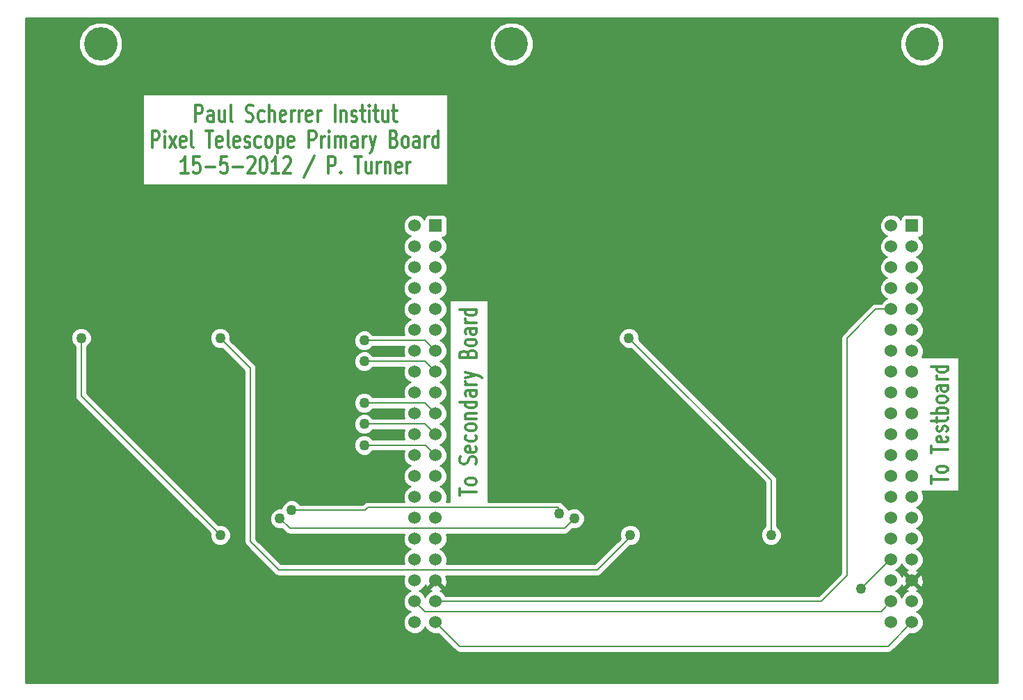
<source format=gtl>
G04 (created by PCBNEW-RS274X (2012-01-19 BZR 3256)-stable) date 5/23/2012 10:37:18 AM*
G01*
G70*
G90*
%MOIN*%
G04 Gerber Fmt 3.4, Leading zero omitted, Abs format*
%FSLAX34Y34*%
G04 APERTURE LIST*
%ADD10C,0.006000*%
%ADD11C,0.012000*%
%ADD12R,0.060000X0.060000*%
%ADD13C,0.060000*%
%ADD14C,0.160000*%
%ADD15C,0.050000*%
%ADD16C,0.008000*%
%ADD17C,0.010000*%
G04 APERTURE END LIST*
G54D10*
G54D11*
X99268Y-29331D02*
X99268Y-28988D01*
X100068Y-29159D02*
X99268Y-29159D01*
X100068Y-28702D02*
X100030Y-28760D01*
X99992Y-28788D01*
X99915Y-28817D01*
X99687Y-28817D01*
X99611Y-28788D01*
X99573Y-28760D01*
X99534Y-28702D01*
X99534Y-28617D01*
X99573Y-28560D01*
X99611Y-28531D01*
X99687Y-28502D01*
X99915Y-28502D01*
X99992Y-28531D01*
X100030Y-28560D01*
X100068Y-28617D01*
X100068Y-28702D01*
X99268Y-27874D02*
X99268Y-27531D01*
X100068Y-27702D02*
X99268Y-27702D01*
X100030Y-27103D02*
X100068Y-27160D01*
X100068Y-27274D01*
X100030Y-27331D01*
X99954Y-27360D01*
X99649Y-27360D01*
X99573Y-27331D01*
X99534Y-27274D01*
X99534Y-27160D01*
X99573Y-27103D01*
X99649Y-27074D01*
X99725Y-27074D01*
X99801Y-27360D01*
X100030Y-26846D02*
X100068Y-26789D01*
X100068Y-26674D01*
X100030Y-26617D01*
X99954Y-26589D01*
X99915Y-26589D01*
X99839Y-26617D01*
X99801Y-26674D01*
X99801Y-26760D01*
X99763Y-26817D01*
X99687Y-26846D01*
X99649Y-26846D01*
X99573Y-26817D01*
X99534Y-26760D01*
X99534Y-26674D01*
X99573Y-26617D01*
X99534Y-26417D02*
X99534Y-26188D01*
X99268Y-26331D02*
X99954Y-26331D01*
X100030Y-26303D01*
X100068Y-26245D01*
X100068Y-26188D01*
X100068Y-25988D02*
X99268Y-25988D01*
X99573Y-25988D02*
X99534Y-25931D01*
X99534Y-25817D01*
X99573Y-25760D01*
X99611Y-25731D01*
X99687Y-25702D01*
X99915Y-25702D01*
X99992Y-25731D01*
X100030Y-25760D01*
X100068Y-25817D01*
X100068Y-25931D01*
X100030Y-25988D01*
X100068Y-25359D02*
X100030Y-25417D01*
X99992Y-25445D01*
X99915Y-25474D01*
X99687Y-25474D01*
X99611Y-25445D01*
X99573Y-25417D01*
X99534Y-25359D01*
X99534Y-25274D01*
X99573Y-25217D01*
X99611Y-25188D01*
X99687Y-25159D01*
X99915Y-25159D01*
X99992Y-25188D01*
X100030Y-25217D01*
X100068Y-25274D01*
X100068Y-25359D01*
X100068Y-24645D02*
X99649Y-24645D01*
X99573Y-24674D01*
X99534Y-24731D01*
X99534Y-24845D01*
X99573Y-24902D01*
X100030Y-24645D02*
X100068Y-24702D01*
X100068Y-24845D01*
X100030Y-24902D01*
X99954Y-24931D01*
X99877Y-24931D01*
X99801Y-24902D01*
X99763Y-24845D01*
X99763Y-24702D01*
X99725Y-24645D01*
X100068Y-24359D02*
X99534Y-24359D01*
X99687Y-24359D02*
X99611Y-24331D01*
X99573Y-24302D01*
X99534Y-24245D01*
X99534Y-24188D01*
X100068Y-23731D02*
X99268Y-23731D01*
X100030Y-23731D02*
X100068Y-23788D01*
X100068Y-23902D01*
X100030Y-23960D01*
X99992Y-23988D01*
X99915Y-24017D01*
X99687Y-24017D01*
X99611Y-23988D01*
X99573Y-23960D01*
X99534Y-23902D01*
X99534Y-23788D01*
X99573Y-23731D01*
X76693Y-29916D02*
X76693Y-29573D01*
X77493Y-29744D02*
X76693Y-29744D01*
X77493Y-29287D02*
X77455Y-29345D01*
X77417Y-29373D01*
X77340Y-29402D01*
X77112Y-29402D01*
X77036Y-29373D01*
X76998Y-29345D01*
X76959Y-29287D01*
X76959Y-29202D01*
X76998Y-29145D01*
X77036Y-29116D01*
X77112Y-29087D01*
X77340Y-29087D01*
X77417Y-29116D01*
X77455Y-29145D01*
X77493Y-29202D01*
X77493Y-29287D01*
X77455Y-28402D02*
X77493Y-28316D01*
X77493Y-28173D01*
X77455Y-28116D01*
X77417Y-28087D01*
X77340Y-28059D01*
X77264Y-28059D01*
X77188Y-28087D01*
X77150Y-28116D01*
X77112Y-28173D01*
X77074Y-28287D01*
X77036Y-28345D01*
X76998Y-28373D01*
X76921Y-28402D01*
X76845Y-28402D01*
X76769Y-28373D01*
X76731Y-28345D01*
X76693Y-28287D01*
X76693Y-28145D01*
X76731Y-28059D01*
X77455Y-27574D02*
X77493Y-27631D01*
X77493Y-27745D01*
X77455Y-27802D01*
X77379Y-27831D01*
X77074Y-27831D01*
X76998Y-27802D01*
X76959Y-27745D01*
X76959Y-27631D01*
X76998Y-27574D01*
X77074Y-27545D01*
X77150Y-27545D01*
X77226Y-27831D01*
X77455Y-27031D02*
X77493Y-27088D01*
X77493Y-27202D01*
X77455Y-27260D01*
X77417Y-27288D01*
X77340Y-27317D01*
X77112Y-27317D01*
X77036Y-27288D01*
X76998Y-27260D01*
X76959Y-27202D01*
X76959Y-27088D01*
X76998Y-27031D01*
X77493Y-26688D02*
X77455Y-26746D01*
X77417Y-26774D01*
X77340Y-26803D01*
X77112Y-26803D01*
X77036Y-26774D01*
X76998Y-26746D01*
X76959Y-26688D01*
X76959Y-26603D01*
X76998Y-26546D01*
X77036Y-26517D01*
X77112Y-26488D01*
X77340Y-26488D01*
X77417Y-26517D01*
X77455Y-26546D01*
X77493Y-26603D01*
X77493Y-26688D01*
X76959Y-26231D02*
X77493Y-26231D01*
X77036Y-26231D02*
X76998Y-26203D01*
X76959Y-26145D01*
X76959Y-26060D01*
X76998Y-26003D01*
X77074Y-25974D01*
X77493Y-25974D01*
X77493Y-25431D02*
X76693Y-25431D01*
X77455Y-25431D02*
X77493Y-25488D01*
X77493Y-25602D01*
X77455Y-25660D01*
X77417Y-25688D01*
X77340Y-25717D01*
X77112Y-25717D01*
X77036Y-25688D01*
X76998Y-25660D01*
X76959Y-25602D01*
X76959Y-25488D01*
X76998Y-25431D01*
X77493Y-24888D02*
X77074Y-24888D01*
X76998Y-24917D01*
X76959Y-24974D01*
X76959Y-25088D01*
X76998Y-25145D01*
X77455Y-24888D02*
X77493Y-24945D01*
X77493Y-25088D01*
X77455Y-25145D01*
X77379Y-25174D01*
X77302Y-25174D01*
X77226Y-25145D01*
X77188Y-25088D01*
X77188Y-24945D01*
X77150Y-24888D01*
X77493Y-24602D02*
X76959Y-24602D01*
X77112Y-24602D02*
X77036Y-24574D01*
X76998Y-24545D01*
X76959Y-24488D01*
X76959Y-24431D01*
X76959Y-24288D02*
X77493Y-24145D01*
X76959Y-24003D02*
X77493Y-24145D01*
X77683Y-24203D01*
X77721Y-24231D01*
X77759Y-24288D01*
X77074Y-23117D02*
X77112Y-23031D01*
X77150Y-23003D01*
X77226Y-22974D01*
X77340Y-22974D01*
X77417Y-23003D01*
X77455Y-23031D01*
X77493Y-23089D01*
X77493Y-23317D01*
X76693Y-23317D01*
X76693Y-23117D01*
X76731Y-23060D01*
X76769Y-23031D01*
X76845Y-23003D01*
X76921Y-23003D01*
X76998Y-23031D01*
X77036Y-23060D01*
X77074Y-23117D01*
X77074Y-23317D01*
X77493Y-22631D02*
X77455Y-22689D01*
X77417Y-22717D01*
X77340Y-22746D01*
X77112Y-22746D01*
X77036Y-22717D01*
X76998Y-22689D01*
X76959Y-22631D01*
X76959Y-22546D01*
X76998Y-22489D01*
X77036Y-22460D01*
X77112Y-22431D01*
X77340Y-22431D01*
X77417Y-22460D01*
X77455Y-22489D01*
X77493Y-22546D01*
X77493Y-22631D01*
X77493Y-21917D02*
X77074Y-21917D01*
X76998Y-21946D01*
X76959Y-22003D01*
X76959Y-22117D01*
X76998Y-22174D01*
X77455Y-21917D02*
X77493Y-21974D01*
X77493Y-22117D01*
X77455Y-22174D01*
X77379Y-22203D01*
X77302Y-22203D01*
X77226Y-22174D01*
X77188Y-22117D01*
X77188Y-21974D01*
X77150Y-21917D01*
X77493Y-21631D02*
X76959Y-21631D01*
X77112Y-21631D02*
X77036Y-21603D01*
X76998Y-21574D01*
X76959Y-21517D01*
X76959Y-21460D01*
X77493Y-21003D02*
X76693Y-21003D01*
X77455Y-21003D02*
X77493Y-21060D01*
X77493Y-21174D01*
X77455Y-21232D01*
X77417Y-21260D01*
X77340Y-21289D01*
X77112Y-21289D01*
X77036Y-21260D01*
X76998Y-21232D01*
X76959Y-21174D01*
X76959Y-21060D01*
X76998Y-21003D01*
X64018Y-12005D02*
X64018Y-11205D01*
X64246Y-11205D01*
X64304Y-11243D01*
X64332Y-11281D01*
X64361Y-11357D01*
X64361Y-11471D01*
X64332Y-11548D01*
X64304Y-11586D01*
X64246Y-11624D01*
X64018Y-11624D01*
X64875Y-12005D02*
X64875Y-11586D01*
X64846Y-11510D01*
X64789Y-11471D01*
X64675Y-11471D01*
X64618Y-11510D01*
X64875Y-11967D02*
X64818Y-12005D01*
X64675Y-12005D01*
X64618Y-11967D01*
X64589Y-11891D01*
X64589Y-11814D01*
X64618Y-11738D01*
X64675Y-11700D01*
X64818Y-11700D01*
X64875Y-11662D01*
X65418Y-11471D02*
X65418Y-12005D01*
X65161Y-11471D02*
X65161Y-11891D01*
X65189Y-11967D01*
X65247Y-12005D01*
X65332Y-12005D01*
X65389Y-11967D01*
X65418Y-11929D01*
X65790Y-12005D02*
X65732Y-11967D01*
X65704Y-11891D01*
X65704Y-11205D01*
X66446Y-11967D02*
X66532Y-12005D01*
X66675Y-12005D01*
X66732Y-11967D01*
X66761Y-11929D01*
X66789Y-11852D01*
X66789Y-11776D01*
X66761Y-11700D01*
X66732Y-11662D01*
X66675Y-11624D01*
X66561Y-11586D01*
X66503Y-11548D01*
X66475Y-11510D01*
X66446Y-11433D01*
X66446Y-11357D01*
X66475Y-11281D01*
X66503Y-11243D01*
X66561Y-11205D01*
X66703Y-11205D01*
X66789Y-11243D01*
X67303Y-11967D02*
X67246Y-12005D01*
X67132Y-12005D01*
X67074Y-11967D01*
X67046Y-11929D01*
X67017Y-11852D01*
X67017Y-11624D01*
X67046Y-11548D01*
X67074Y-11510D01*
X67132Y-11471D01*
X67246Y-11471D01*
X67303Y-11510D01*
X67560Y-12005D02*
X67560Y-11205D01*
X67817Y-12005D02*
X67817Y-11586D01*
X67788Y-11510D01*
X67731Y-11471D01*
X67646Y-11471D01*
X67588Y-11510D01*
X67560Y-11548D01*
X68331Y-11967D02*
X68274Y-12005D01*
X68160Y-12005D01*
X68103Y-11967D01*
X68074Y-11891D01*
X68074Y-11586D01*
X68103Y-11510D01*
X68160Y-11471D01*
X68274Y-11471D01*
X68331Y-11510D01*
X68360Y-11586D01*
X68360Y-11662D01*
X68074Y-11738D01*
X68617Y-12005D02*
X68617Y-11471D01*
X68617Y-11624D02*
X68645Y-11548D01*
X68674Y-11510D01*
X68731Y-11471D01*
X68788Y-11471D01*
X68988Y-12005D02*
X68988Y-11471D01*
X68988Y-11624D02*
X69016Y-11548D01*
X69045Y-11510D01*
X69102Y-11471D01*
X69159Y-11471D01*
X69587Y-11967D02*
X69530Y-12005D01*
X69416Y-12005D01*
X69359Y-11967D01*
X69330Y-11891D01*
X69330Y-11586D01*
X69359Y-11510D01*
X69416Y-11471D01*
X69530Y-11471D01*
X69587Y-11510D01*
X69616Y-11586D01*
X69616Y-11662D01*
X69330Y-11738D01*
X69873Y-12005D02*
X69873Y-11471D01*
X69873Y-11624D02*
X69901Y-11548D01*
X69930Y-11510D01*
X69987Y-11471D01*
X70044Y-11471D01*
X70701Y-12005D02*
X70701Y-11205D01*
X70987Y-11471D02*
X70987Y-12005D01*
X70987Y-11548D02*
X71015Y-11510D01*
X71073Y-11471D01*
X71158Y-11471D01*
X71215Y-11510D01*
X71244Y-11586D01*
X71244Y-12005D01*
X71501Y-11967D02*
X71558Y-12005D01*
X71673Y-12005D01*
X71730Y-11967D01*
X71758Y-11891D01*
X71758Y-11852D01*
X71730Y-11776D01*
X71673Y-11738D01*
X71587Y-11738D01*
X71530Y-11700D01*
X71501Y-11624D01*
X71501Y-11586D01*
X71530Y-11510D01*
X71587Y-11471D01*
X71673Y-11471D01*
X71730Y-11510D01*
X71930Y-11471D02*
X72159Y-11471D01*
X72016Y-11205D02*
X72016Y-11891D01*
X72044Y-11967D01*
X72102Y-12005D01*
X72159Y-12005D01*
X72359Y-12005D02*
X72359Y-11471D01*
X72359Y-11205D02*
X72330Y-11243D01*
X72359Y-11281D01*
X72387Y-11243D01*
X72359Y-11205D01*
X72359Y-11281D01*
X72559Y-11471D02*
X72788Y-11471D01*
X72645Y-11205D02*
X72645Y-11891D01*
X72673Y-11967D01*
X72731Y-12005D01*
X72788Y-12005D01*
X73245Y-11471D02*
X73245Y-12005D01*
X72988Y-11471D02*
X72988Y-11891D01*
X73016Y-11967D01*
X73074Y-12005D01*
X73159Y-12005D01*
X73216Y-11967D01*
X73245Y-11929D01*
X73445Y-11471D02*
X73674Y-11471D01*
X73531Y-11205D02*
X73531Y-11891D01*
X73559Y-11967D01*
X73617Y-12005D01*
X73674Y-12005D01*
X61947Y-13245D02*
X61947Y-12445D01*
X62175Y-12445D01*
X62233Y-12483D01*
X62261Y-12521D01*
X62290Y-12597D01*
X62290Y-12711D01*
X62261Y-12788D01*
X62233Y-12826D01*
X62175Y-12864D01*
X61947Y-12864D01*
X62547Y-13245D02*
X62547Y-12711D01*
X62547Y-12445D02*
X62518Y-12483D01*
X62547Y-12521D01*
X62575Y-12483D01*
X62547Y-12445D01*
X62547Y-12521D01*
X62776Y-13245D02*
X63090Y-12711D01*
X62776Y-12711D02*
X63090Y-13245D01*
X63547Y-13207D02*
X63490Y-13245D01*
X63376Y-13245D01*
X63319Y-13207D01*
X63290Y-13131D01*
X63290Y-12826D01*
X63319Y-12750D01*
X63376Y-12711D01*
X63490Y-12711D01*
X63547Y-12750D01*
X63576Y-12826D01*
X63576Y-12902D01*
X63290Y-12978D01*
X63919Y-13245D02*
X63861Y-13207D01*
X63833Y-13131D01*
X63833Y-12445D01*
X64518Y-12445D02*
X64861Y-12445D01*
X64690Y-13245D02*
X64690Y-12445D01*
X65289Y-13207D02*
X65232Y-13245D01*
X65118Y-13245D01*
X65061Y-13207D01*
X65032Y-13131D01*
X65032Y-12826D01*
X65061Y-12750D01*
X65118Y-12711D01*
X65232Y-12711D01*
X65289Y-12750D01*
X65318Y-12826D01*
X65318Y-12902D01*
X65032Y-12978D01*
X65661Y-13245D02*
X65603Y-13207D01*
X65575Y-13131D01*
X65575Y-12445D01*
X66117Y-13207D02*
X66060Y-13245D01*
X65946Y-13245D01*
X65889Y-13207D01*
X65860Y-13131D01*
X65860Y-12826D01*
X65889Y-12750D01*
X65946Y-12711D01*
X66060Y-12711D01*
X66117Y-12750D01*
X66146Y-12826D01*
X66146Y-12902D01*
X65860Y-12978D01*
X66374Y-13207D02*
X66431Y-13245D01*
X66546Y-13245D01*
X66603Y-13207D01*
X66631Y-13131D01*
X66631Y-13092D01*
X66603Y-13016D01*
X66546Y-12978D01*
X66460Y-12978D01*
X66403Y-12940D01*
X66374Y-12864D01*
X66374Y-12826D01*
X66403Y-12750D01*
X66460Y-12711D01*
X66546Y-12711D01*
X66603Y-12750D01*
X67146Y-13207D02*
X67089Y-13245D01*
X66975Y-13245D01*
X66917Y-13207D01*
X66889Y-13169D01*
X66860Y-13092D01*
X66860Y-12864D01*
X66889Y-12788D01*
X66917Y-12750D01*
X66975Y-12711D01*
X67089Y-12711D01*
X67146Y-12750D01*
X67489Y-13245D02*
X67431Y-13207D01*
X67403Y-13169D01*
X67374Y-13092D01*
X67374Y-12864D01*
X67403Y-12788D01*
X67431Y-12750D01*
X67489Y-12711D01*
X67574Y-12711D01*
X67631Y-12750D01*
X67660Y-12788D01*
X67689Y-12864D01*
X67689Y-13092D01*
X67660Y-13169D01*
X67631Y-13207D01*
X67574Y-13245D01*
X67489Y-13245D01*
X67946Y-12711D02*
X67946Y-13511D01*
X67946Y-12750D02*
X68003Y-12711D01*
X68117Y-12711D01*
X68174Y-12750D01*
X68203Y-12788D01*
X68232Y-12864D01*
X68232Y-13092D01*
X68203Y-13169D01*
X68174Y-13207D01*
X68117Y-13245D01*
X68003Y-13245D01*
X67946Y-13207D01*
X68717Y-13207D02*
X68660Y-13245D01*
X68546Y-13245D01*
X68489Y-13207D01*
X68460Y-13131D01*
X68460Y-12826D01*
X68489Y-12750D01*
X68546Y-12711D01*
X68660Y-12711D01*
X68717Y-12750D01*
X68746Y-12826D01*
X68746Y-12902D01*
X68460Y-12978D01*
X69460Y-13245D02*
X69460Y-12445D01*
X69688Y-12445D01*
X69746Y-12483D01*
X69774Y-12521D01*
X69803Y-12597D01*
X69803Y-12711D01*
X69774Y-12788D01*
X69746Y-12826D01*
X69688Y-12864D01*
X69460Y-12864D01*
X70060Y-13245D02*
X70060Y-12711D01*
X70060Y-12864D02*
X70088Y-12788D01*
X70117Y-12750D01*
X70174Y-12711D01*
X70231Y-12711D01*
X70431Y-13245D02*
X70431Y-12711D01*
X70431Y-12445D02*
X70402Y-12483D01*
X70431Y-12521D01*
X70459Y-12483D01*
X70431Y-12445D01*
X70431Y-12521D01*
X70717Y-13245D02*
X70717Y-12711D01*
X70717Y-12788D02*
X70745Y-12750D01*
X70803Y-12711D01*
X70888Y-12711D01*
X70945Y-12750D01*
X70974Y-12826D01*
X70974Y-13245D01*
X70974Y-12826D02*
X71003Y-12750D01*
X71060Y-12711D01*
X71145Y-12711D01*
X71203Y-12750D01*
X71231Y-12826D01*
X71231Y-13245D01*
X71774Y-13245D02*
X71774Y-12826D01*
X71745Y-12750D01*
X71688Y-12711D01*
X71574Y-12711D01*
X71517Y-12750D01*
X71774Y-13207D02*
X71717Y-13245D01*
X71574Y-13245D01*
X71517Y-13207D01*
X71488Y-13131D01*
X71488Y-13054D01*
X71517Y-12978D01*
X71574Y-12940D01*
X71717Y-12940D01*
X71774Y-12902D01*
X72060Y-13245D02*
X72060Y-12711D01*
X72060Y-12864D02*
X72088Y-12788D01*
X72117Y-12750D01*
X72174Y-12711D01*
X72231Y-12711D01*
X72374Y-12711D02*
X72517Y-13245D01*
X72659Y-12711D02*
X72517Y-13245D01*
X72459Y-13435D01*
X72431Y-13473D01*
X72374Y-13511D01*
X73545Y-12826D02*
X73631Y-12864D01*
X73659Y-12902D01*
X73688Y-12978D01*
X73688Y-13092D01*
X73659Y-13169D01*
X73631Y-13207D01*
X73573Y-13245D01*
X73345Y-13245D01*
X73345Y-12445D01*
X73545Y-12445D01*
X73602Y-12483D01*
X73631Y-12521D01*
X73659Y-12597D01*
X73659Y-12673D01*
X73631Y-12750D01*
X73602Y-12788D01*
X73545Y-12826D01*
X73345Y-12826D01*
X74031Y-13245D02*
X73973Y-13207D01*
X73945Y-13169D01*
X73916Y-13092D01*
X73916Y-12864D01*
X73945Y-12788D01*
X73973Y-12750D01*
X74031Y-12711D01*
X74116Y-12711D01*
X74173Y-12750D01*
X74202Y-12788D01*
X74231Y-12864D01*
X74231Y-13092D01*
X74202Y-13169D01*
X74173Y-13207D01*
X74116Y-13245D01*
X74031Y-13245D01*
X74745Y-13245D02*
X74745Y-12826D01*
X74716Y-12750D01*
X74659Y-12711D01*
X74545Y-12711D01*
X74488Y-12750D01*
X74745Y-13207D02*
X74688Y-13245D01*
X74545Y-13245D01*
X74488Y-13207D01*
X74459Y-13131D01*
X74459Y-13054D01*
X74488Y-12978D01*
X74545Y-12940D01*
X74688Y-12940D01*
X74745Y-12902D01*
X75031Y-13245D02*
X75031Y-12711D01*
X75031Y-12864D02*
X75059Y-12788D01*
X75088Y-12750D01*
X75145Y-12711D01*
X75202Y-12711D01*
X75659Y-13245D02*
X75659Y-12445D01*
X75659Y-13207D02*
X75602Y-13245D01*
X75488Y-13245D01*
X75430Y-13207D01*
X75402Y-13169D01*
X75373Y-13092D01*
X75373Y-12864D01*
X75402Y-12788D01*
X75430Y-12750D01*
X75488Y-12711D01*
X75602Y-12711D01*
X75659Y-12750D01*
X63676Y-14485D02*
X63333Y-14485D01*
X63505Y-14485D02*
X63505Y-13685D01*
X63448Y-13799D01*
X63390Y-13875D01*
X63333Y-13913D01*
X64219Y-13685D02*
X63933Y-13685D01*
X63904Y-14066D01*
X63933Y-14028D01*
X63990Y-13990D01*
X64133Y-13990D01*
X64190Y-14028D01*
X64219Y-14066D01*
X64247Y-14142D01*
X64247Y-14332D01*
X64219Y-14409D01*
X64190Y-14447D01*
X64133Y-14485D01*
X63990Y-14485D01*
X63933Y-14447D01*
X63904Y-14409D01*
X64504Y-14180D02*
X64961Y-14180D01*
X65533Y-13685D02*
X65247Y-13685D01*
X65218Y-14066D01*
X65247Y-14028D01*
X65304Y-13990D01*
X65447Y-13990D01*
X65504Y-14028D01*
X65533Y-14066D01*
X65561Y-14142D01*
X65561Y-14332D01*
X65533Y-14409D01*
X65504Y-14447D01*
X65447Y-14485D01*
X65304Y-14485D01*
X65247Y-14447D01*
X65218Y-14409D01*
X65818Y-14180D02*
X66275Y-14180D01*
X66532Y-13761D02*
X66561Y-13723D01*
X66618Y-13685D01*
X66761Y-13685D01*
X66818Y-13723D01*
X66847Y-13761D01*
X66875Y-13837D01*
X66875Y-13913D01*
X66847Y-14028D01*
X66504Y-14485D01*
X66875Y-14485D01*
X67246Y-13685D02*
X67303Y-13685D01*
X67360Y-13723D01*
X67389Y-13761D01*
X67418Y-13837D01*
X67446Y-13990D01*
X67446Y-14180D01*
X67418Y-14332D01*
X67389Y-14409D01*
X67360Y-14447D01*
X67303Y-14485D01*
X67246Y-14485D01*
X67189Y-14447D01*
X67160Y-14409D01*
X67132Y-14332D01*
X67103Y-14180D01*
X67103Y-13990D01*
X67132Y-13837D01*
X67160Y-13761D01*
X67189Y-13723D01*
X67246Y-13685D01*
X68017Y-14485D02*
X67674Y-14485D01*
X67846Y-14485D02*
X67846Y-13685D01*
X67789Y-13799D01*
X67731Y-13875D01*
X67674Y-13913D01*
X68245Y-13761D02*
X68274Y-13723D01*
X68331Y-13685D01*
X68474Y-13685D01*
X68531Y-13723D01*
X68560Y-13761D01*
X68588Y-13837D01*
X68588Y-13913D01*
X68560Y-14028D01*
X68217Y-14485D01*
X68588Y-14485D01*
X69730Y-13647D02*
X69216Y-14675D01*
X70388Y-14485D02*
X70388Y-13685D01*
X70616Y-13685D01*
X70674Y-13723D01*
X70702Y-13761D01*
X70731Y-13837D01*
X70731Y-13951D01*
X70702Y-14028D01*
X70674Y-14066D01*
X70616Y-14104D01*
X70388Y-14104D01*
X70988Y-14409D02*
X71016Y-14447D01*
X70988Y-14485D01*
X70959Y-14447D01*
X70988Y-14409D01*
X70988Y-14485D01*
X71645Y-13685D02*
X71988Y-13685D01*
X71817Y-14485D02*
X71817Y-13685D01*
X72445Y-13951D02*
X72445Y-14485D01*
X72188Y-13951D02*
X72188Y-14371D01*
X72216Y-14447D01*
X72274Y-14485D01*
X72359Y-14485D01*
X72416Y-14447D01*
X72445Y-14409D01*
X72731Y-14485D02*
X72731Y-13951D01*
X72731Y-14104D02*
X72759Y-14028D01*
X72788Y-13990D01*
X72845Y-13951D01*
X72902Y-13951D01*
X73102Y-13951D02*
X73102Y-14485D01*
X73102Y-14028D02*
X73130Y-13990D01*
X73188Y-13951D01*
X73273Y-13951D01*
X73330Y-13990D01*
X73359Y-14066D01*
X73359Y-14485D01*
X73873Y-14447D02*
X73816Y-14485D01*
X73702Y-14485D01*
X73645Y-14447D01*
X73616Y-14371D01*
X73616Y-14066D01*
X73645Y-13990D01*
X73702Y-13951D01*
X73816Y-13951D01*
X73873Y-13990D01*
X73902Y-14066D01*
X73902Y-14142D01*
X73616Y-14218D01*
X74159Y-14485D02*
X74159Y-13951D01*
X74159Y-14104D02*
X74187Y-14028D01*
X74216Y-13990D01*
X74273Y-13951D01*
X74330Y-13951D01*
G54D12*
X98366Y-16992D03*
G54D13*
X97366Y-16992D03*
X98366Y-21992D03*
X97366Y-17992D03*
X98366Y-22992D03*
X97366Y-18992D03*
X98366Y-23992D03*
X97366Y-19992D03*
X98366Y-24992D03*
X97366Y-20992D03*
X98366Y-25992D03*
X97366Y-21992D03*
X98366Y-26992D03*
X97366Y-22992D03*
X98366Y-27992D03*
X97366Y-23992D03*
X98366Y-28992D03*
X97366Y-24992D03*
X98366Y-29992D03*
X97366Y-25992D03*
X98366Y-30992D03*
X97366Y-26992D03*
X98366Y-31992D03*
X97366Y-27992D03*
X97366Y-28992D03*
X98366Y-32992D03*
X97366Y-29992D03*
X97366Y-31992D03*
X97366Y-32992D03*
X97366Y-33992D03*
X97366Y-34992D03*
X98366Y-33992D03*
X98366Y-34992D03*
X98366Y-17992D03*
X98366Y-18992D03*
X98366Y-19992D03*
X98366Y-20992D03*
X98366Y-35992D03*
X97366Y-35992D03*
X97366Y-30992D03*
G54D12*
X75532Y-16992D03*
G54D13*
X74532Y-16992D03*
X75532Y-21992D03*
X74532Y-17992D03*
X75532Y-22992D03*
X74532Y-18992D03*
X75532Y-23992D03*
X74532Y-19992D03*
X75532Y-24992D03*
X74532Y-20992D03*
X75532Y-25992D03*
X74532Y-21992D03*
X75532Y-26992D03*
X74532Y-22992D03*
X75532Y-27992D03*
X74532Y-23992D03*
X75532Y-28992D03*
X74532Y-24992D03*
X75532Y-29992D03*
X74532Y-25992D03*
X75532Y-30992D03*
X74532Y-26992D03*
X75532Y-31992D03*
X74532Y-27992D03*
X74532Y-28992D03*
X75532Y-32992D03*
X74532Y-29992D03*
X74532Y-31992D03*
X74532Y-32992D03*
X74532Y-33992D03*
X74532Y-34992D03*
X75532Y-33992D03*
X75532Y-34992D03*
X75532Y-17992D03*
X75532Y-18992D03*
X75532Y-19992D03*
X75532Y-20992D03*
X75532Y-35992D03*
X74532Y-35992D03*
X74532Y-30992D03*
G54D14*
X98850Y-08283D03*
X79165Y-08283D03*
X59480Y-08283D03*
G54D15*
X81437Y-30795D03*
X68630Y-30626D03*
X68067Y-31020D03*
X82173Y-31020D03*
X72102Y-22488D03*
X72102Y-23488D03*
X72102Y-25480D03*
X72102Y-26492D03*
X95910Y-34394D03*
X84799Y-22366D03*
X91602Y-31807D03*
X65201Y-22374D03*
X84854Y-31807D03*
X65209Y-31807D03*
X58535Y-22374D03*
X72102Y-27504D03*
G54D16*
X81437Y-30795D02*
X81425Y-30783D01*
X81425Y-30783D02*
X81425Y-30488D01*
X72276Y-30488D02*
X81425Y-30488D01*
X68630Y-30626D02*
X72138Y-30626D01*
X72138Y-30626D02*
X72276Y-30488D01*
X75532Y-35992D02*
X76686Y-37146D01*
X76686Y-37146D02*
X97212Y-37146D01*
X97212Y-37146D02*
X98366Y-35992D01*
X81705Y-31488D02*
X82173Y-31020D01*
X68535Y-31488D02*
X81705Y-31488D01*
X68067Y-31020D02*
X68535Y-31488D01*
X75028Y-22488D02*
X72102Y-22488D01*
X75532Y-22992D02*
X75028Y-22488D01*
X75532Y-23992D02*
X75028Y-23488D01*
X75028Y-23488D02*
X72102Y-23488D01*
X75532Y-25992D02*
X75020Y-25480D01*
X75020Y-25480D02*
X72102Y-25480D01*
X75532Y-26992D02*
X75032Y-26492D01*
X75032Y-26492D02*
X72102Y-26492D01*
X95244Y-22378D02*
X95244Y-33760D01*
X96630Y-20992D02*
X95244Y-22378D01*
X95244Y-33760D02*
X94012Y-34992D01*
X97366Y-20992D02*
X96630Y-20992D01*
X94012Y-34992D02*
X75532Y-34992D01*
X95910Y-34394D02*
X97312Y-32992D01*
X97312Y-32992D02*
X97366Y-32992D01*
X74532Y-34992D02*
X75024Y-35484D01*
X96874Y-35484D02*
X97366Y-34992D01*
X75024Y-35484D02*
X96874Y-35484D01*
X91602Y-31807D02*
X91602Y-29169D01*
X91602Y-29169D02*
X84799Y-22366D01*
X66642Y-32122D02*
X66642Y-23815D01*
X66642Y-23815D02*
X65201Y-22374D01*
X84854Y-31807D02*
X84854Y-31902D01*
X83272Y-33484D02*
X68004Y-33484D01*
X68004Y-33484D02*
X66642Y-32122D01*
X84854Y-31902D02*
X83272Y-33484D01*
X65209Y-31807D02*
X58535Y-25133D01*
X58535Y-25133D02*
X58535Y-25039D01*
X58535Y-25039D02*
X58535Y-22374D01*
X75044Y-27504D02*
X72102Y-27504D01*
X75532Y-27992D02*
X75044Y-27504D01*
G54D10*
G36*
X102462Y-38864D02*
X100614Y-38864D01*
X100614Y-29698D01*
X100614Y-23278D01*
X99900Y-23278D01*
X99900Y-08493D01*
X99900Y-08075D01*
X99740Y-07689D01*
X99445Y-07393D01*
X99060Y-07233D01*
X98642Y-07233D01*
X98256Y-07393D01*
X97960Y-07688D01*
X97800Y-08073D01*
X97800Y-08491D01*
X97960Y-08877D01*
X98255Y-09173D01*
X98640Y-09333D01*
X99058Y-09333D01*
X99444Y-09173D01*
X99740Y-08878D01*
X99900Y-08493D01*
X99900Y-23278D01*
X98841Y-23278D01*
X98915Y-23101D01*
X98915Y-22883D01*
X98831Y-22681D01*
X98677Y-22527D01*
X98592Y-22492D01*
X98677Y-22457D01*
X98831Y-22303D01*
X98915Y-22101D01*
X98915Y-21883D01*
X98831Y-21681D01*
X98677Y-21527D01*
X98592Y-21492D01*
X98677Y-21457D01*
X98831Y-21303D01*
X98915Y-21101D01*
X98915Y-20883D01*
X98831Y-20681D01*
X98677Y-20527D01*
X98592Y-20492D01*
X98677Y-20457D01*
X98831Y-20303D01*
X98915Y-20101D01*
X98915Y-19883D01*
X98831Y-19681D01*
X98677Y-19527D01*
X98592Y-19492D01*
X98677Y-19457D01*
X98831Y-19303D01*
X98915Y-19101D01*
X98915Y-18883D01*
X98831Y-18681D01*
X98677Y-18527D01*
X98592Y-18492D01*
X98677Y-18457D01*
X98831Y-18303D01*
X98915Y-18101D01*
X98915Y-17883D01*
X98831Y-17681D01*
X98691Y-17541D01*
X98715Y-17541D01*
X98807Y-17503D01*
X98877Y-17433D01*
X98915Y-17342D01*
X98915Y-17243D01*
X98915Y-16643D01*
X98877Y-16551D01*
X98807Y-16481D01*
X98716Y-16443D01*
X98617Y-16443D01*
X98017Y-16443D01*
X97925Y-16481D01*
X97855Y-16551D01*
X97817Y-16642D01*
X97817Y-16667D01*
X97677Y-16527D01*
X97475Y-16443D01*
X97257Y-16443D01*
X97055Y-16527D01*
X96901Y-16681D01*
X96817Y-16883D01*
X96817Y-17101D01*
X96901Y-17303D01*
X97055Y-17457D01*
X97139Y-17492D01*
X97055Y-17527D01*
X96901Y-17681D01*
X96817Y-17883D01*
X96817Y-18101D01*
X96901Y-18303D01*
X97055Y-18457D01*
X97139Y-18492D01*
X97055Y-18527D01*
X96901Y-18681D01*
X96817Y-18883D01*
X96817Y-19101D01*
X96901Y-19303D01*
X97055Y-19457D01*
X97139Y-19492D01*
X97055Y-19527D01*
X96901Y-19681D01*
X96817Y-19883D01*
X96817Y-20101D01*
X96901Y-20303D01*
X97055Y-20457D01*
X97139Y-20492D01*
X97055Y-20527D01*
X96901Y-20681D01*
X96892Y-20702D01*
X96630Y-20702D01*
X96519Y-20724D01*
X96425Y-20787D01*
X95039Y-22173D01*
X94976Y-22267D01*
X94954Y-22378D01*
X94954Y-33640D01*
X93892Y-34702D01*
X92101Y-34702D01*
X92101Y-31906D01*
X92101Y-31708D01*
X92025Y-31525D01*
X91892Y-31391D01*
X91892Y-29169D01*
X91891Y-29168D01*
X91870Y-29058D01*
X91869Y-29057D01*
X91807Y-28964D01*
X91806Y-28963D01*
X85298Y-22455D01*
X85298Y-22267D01*
X85222Y-22084D01*
X85082Y-21943D01*
X84898Y-21867D01*
X84700Y-21867D01*
X84517Y-21943D01*
X84376Y-22083D01*
X84300Y-22267D01*
X84300Y-22465D01*
X84376Y-22648D01*
X84516Y-22789D01*
X84700Y-22865D01*
X84888Y-22865D01*
X91312Y-29289D01*
X91312Y-31391D01*
X91179Y-31524D01*
X91103Y-31708D01*
X91103Y-31906D01*
X91179Y-32089D01*
X91319Y-32230D01*
X91503Y-32306D01*
X91701Y-32306D01*
X91884Y-32230D01*
X92025Y-32090D01*
X92101Y-31906D01*
X92101Y-34702D01*
X76005Y-34702D01*
X75997Y-34681D01*
X75843Y-34527D01*
X75751Y-34489D01*
X75813Y-34464D01*
X75840Y-34370D01*
X75532Y-34063D01*
X75224Y-34370D01*
X75251Y-34464D01*
X75316Y-34487D01*
X75221Y-34527D01*
X75067Y-34681D01*
X75032Y-34765D01*
X74997Y-34681D01*
X74843Y-34527D01*
X74758Y-34492D01*
X74843Y-34457D01*
X74997Y-34303D01*
X75034Y-34211D01*
X75060Y-34273D01*
X75154Y-34300D01*
X75426Y-34027D01*
X75461Y-33992D01*
X75532Y-33921D01*
X75603Y-33992D01*
X75638Y-34027D01*
X75910Y-34300D01*
X76004Y-34273D01*
X76075Y-34071D01*
X76064Y-33858D01*
X76029Y-33774D01*
X83272Y-33774D01*
X83383Y-33752D01*
X83477Y-33689D01*
X84860Y-32306D01*
X84953Y-32306D01*
X85136Y-32230D01*
X85277Y-32090D01*
X85353Y-31906D01*
X85353Y-31708D01*
X85277Y-31525D01*
X85137Y-31384D01*
X84953Y-31308D01*
X84755Y-31308D01*
X84572Y-31384D01*
X84431Y-31524D01*
X84355Y-31708D01*
X84355Y-31906D01*
X84379Y-31966D01*
X83152Y-33194D01*
X76042Y-33194D01*
X76081Y-33101D01*
X76081Y-32883D01*
X75997Y-32681D01*
X75843Y-32527D01*
X75758Y-32492D01*
X75843Y-32457D01*
X75997Y-32303D01*
X76081Y-32101D01*
X76081Y-31883D01*
X76037Y-31778D01*
X81705Y-31778D01*
X81816Y-31756D01*
X81910Y-31693D01*
X82084Y-31519D01*
X82272Y-31519D01*
X82455Y-31443D01*
X82596Y-31303D01*
X82672Y-31119D01*
X82672Y-30921D01*
X82596Y-30738D01*
X82456Y-30597D01*
X82272Y-30521D01*
X82074Y-30521D01*
X81894Y-30595D01*
X81860Y-30513D01*
X81720Y-30372D01*
X81678Y-30354D01*
X81630Y-30283D01*
X81536Y-30220D01*
X81425Y-30198D01*
X80215Y-30198D01*
X80215Y-08493D01*
X80215Y-08075D01*
X80055Y-07689D01*
X79760Y-07393D01*
X79375Y-07233D01*
X78957Y-07233D01*
X78571Y-07393D01*
X78275Y-07688D01*
X78115Y-08073D01*
X78115Y-08491D01*
X78275Y-08877D01*
X78570Y-09173D01*
X78955Y-09333D01*
X79373Y-09333D01*
X79759Y-09173D01*
X80055Y-08878D01*
X80215Y-08493D01*
X80215Y-30198D01*
X78039Y-30198D01*
X78039Y-20550D01*
X76179Y-20550D01*
X76179Y-30198D01*
X76112Y-30198D01*
X76112Y-15031D01*
X76112Y-10691D01*
X61494Y-10691D01*
X61494Y-15031D01*
X76112Y-15031D01*
X76112Y-30198D01*
X76040Y-30198D01*
X76081Y-30101D01*
X76081Y-29883D01*
X75997Y-29681D01*
X75843Y-29527D01*
X75758Y-29492D01*
X75843Y-29457D01*
X75997Y-29303D01*
X76081Y-29101D01*
X76081Y-28883D01*
X75997Y-28681D01*
X75843Y-28527D01*
X75758Y-28492D01*
X75843Y-28457D01*
X75997Y-28303D01*
X76081Y-28101D01*
X76081Y-27883D01*
X75997Y-27681D01*
X75843Y-27527D01*
X75758Y-27492D01*
X75843Y-27457D01*
X75997Y-27303D01*
X76081Y-27101D01*
X76081Y-26883D01*
X75997Y-26681D01*
X75843Y-26527D01*
X75758Y-26492D01*
X75843Y-26457D01*
X75997Y-26303D01*
X76081Y-26101D01*
X76081Y-25883D01*
X75997Y-25681D01*
X75843Y-25527D01*
X75758Y-25492D01*
X75843Y-25457D01*
X75997Y-25303D01*
X76081Y-25101D01*
X76081Y-24883D01*
X75997Y-24681D01*
X75843Y-24527D01*
X75758Y-24492D01*
X75843Y-24457D01*
X75997Y-24303D01*
X76081Y-24101D01*
X76081Y-23883D01*
X75997Y-23681D01*
X75843Y-23527D01*
X75758Y-23492D01*
X75843Y-23457D01*
X75997Y-23303D01*
X76081Y-23101D01*
X76081Y-22883D01*
X75997Y-22681D01*
X75843Y-22527D01*
X75758Y-22492D01*
X75843Y-22457D01*
X75997Y-22303D01*
X76081Y-22101D01*
X76081Y-21883D01*
X75997Y-21681D01*
X75843Y-21527D01*
X75758Y-21492D01*
X75843Y-21457D01*
X75997Y-21303D01*
X76081Y-21101D01*
X76081Y-20883D01*
X75997Y-20681D01*
X75843Y-20527D01*
X75758Y-20492D01*
X75843Y-20457D01*
X75997Y-20303D01*
X76081Y-20101D01*
X76081Y-19883D01*
X75997Y-19681D01*
X75843Y-19527D01*
X75758Y-19492D01*
X75843Y-19457D01*
X75997Y-19303D01*
X76081Y-19101D01*
X76081Y-18883D01*
X75997Y-18681D01*
X75843Y-18527D01*
X75758Y-18492D01*
X75843Y-18457D01*
X75997Y-18303D01*
X76081Y-18101D01*
X76081Y-17883D01*
X75997Y-17681D01*
X75857Y-17541D01*
X75881Y-17541D01*
X75973Y-17503D01*
X76043Y-17433D01*
X76081Y-17342D01*
X76081Y-17243D01*
X76081Y-16643D01*
X76043Y-16551D01*
X75973Y-16481D01*
X75882Y-16443D01*
X75783Y-16443D01*
X75183Y-16443D01*
X75091Y-16481D01*
X75021Y-16551D01*
X74983Y-16642D01*
X74983Y-16667D01*
X74843Y-16527D01*
X74641Y-16443D01*
X74423Y-16443D01*
X74221Y-16527D01*
X74067Y-16681D01*
X73983Y-16883D01*
X73983Y-17101D01*
X74067Y-17303D01*
X74221Y-17457D01*
X74305Y-17492D01*
X74221Y-17527D01*
X74067Y-17681D01*
X73983Y-17883D01*
X73983Y-18101D01*
X74067Y-18303D01*
X74221Y-18457D01*
X74305Y-18492D01*
X74221Y-18527D01*
X74067Y-18681D01*
X73983Y-18883D01*
X73983Y-19101D01*
X74067Y-19303D01*
X74221Y-19457D01*
X74305Y-19492D01*
X74221Y-19527D01*
X74067Y-19681D01*
X73983Y-19883D01*
X73983Y-20101D01*
X74067Y-20303D01*
X74221Y-20457D01*
X74305Y-20492D01*
X74221Y-20527D01*
X74067Y-20681D01*
X73983Y-20883D01*
X73983Y-21101D01*
X74067Y-21303D01*
X74221Y-21457D01*
X74305Y-21492D01*
X74221Y-21527D01*
X74067Y-21681D01*
X73983Y-21883D01*
X73983Y-22101D01*
X74023Y-22198D01*
X72517Y-22198D01*
X72385Y-22065D01*
X72201Y-21989D01*
X72003Y-21989D01*
X71820Y-22065D01*
X71679Y-22205D01*
X71603Y-22389D01*
X71603Y-22587D01*
X71679Y-22770D01*
X71819Y-22911D01*
X72003Y-22987D01*
X72201Y-22987D01*
X72384Y-22911D01*
X72517Y-22778D01*
X74026Y-22778D01*
X73983Y-22883D01*
X73983Y-23101D01*
X74023Y-23198D01*
X72517Y-23198D01*
X72385Y-23065D01*
X72201Y-22989D01*
X72003Y-22989D01*
X71820Y-23065D01*
X71679Y-23205D01*
X71603Y-23389D01*
X71603Y-23587D01*
X71679Y-23770D01*
X71819Y-23911D01*
X72003Y-23987D01*
X72201Y-23987D01*
X72384Y-23911D01*
X72517Y-23778D01*
X74026Y-23778D01*
X73983Y-23883D01*
X73983Y-24101D01*
X74067Y-24303D01*
X74221Y-24457D01*
X74305Y-24492D01*
X74221Y-24527D01*
X74067Y-24681D01*
X73983Y-24883D01*
X73983Y-25101D01*
X74020Y-25190D01*
X72517Y-25190D01*
X72385Y-25057D01*
X72201Y-24981D01*
X72003Y-24981D01*
X71820Y-25057D01*
X71679Y-25197D01*
X71603Y-25381D01*
X71603Y-25579D01*
X71679Y-25762D01*
X71819Y-25903D01*
X72003Y-25979D01*
X72201Y-25979D01*
X72384Y-25903D01*
X72517Y-25770D01*
X74029Y-25770D01*
X73983Y-25883D01*
X73983Y-26101D01*
X74025Y-26202D01*
X72517Y-26202D01*
X72385Y-26069D01*
X72201Y-25993D01*
X72003Y-25993D01*
X71820Y-26069D01*
X71679Y-26209D01*
X71603Y-26393D01*
X71603Y-26591D01*
X71679Y-26774D01*
X71819Y-26915D01*
X72003Y-26991D01*
X72201Y-26991D01*
X72384Y-26915D01*
X72517Y-26782D01*
X74025Y-26782D01*
X73983Y-26883D01*
X73983Y-27101D01*
X74029Y-27214D01*
X72517Y-27214D01*
X72385Y-27081D01*
X72201Y-27005D01*
X72003Y-27005D01*
X71820Y-27081D01*
X71679Y-27221D01*
X71603Y-27405D01*
X71603Y-27603D01*
X71679Y-27786D01*
X71819Y-27927D01*
X72003Y-28003D01*
X72201Y-28003D01*
X72384Y-27927D01*
X72517Y-27794D01*
X74020Y-27794D01*
X73983Y-27883D01*
X73983Y-28101D01*
X74067Y-28303D01*
X74221Y-28457D01*
X74305Y-28492D01*
X74221Y-28527D01*
X74067Y-28681D01*
X73983Y-28883D01*
X73983Y-29101D01*
X74067Y-29303D01*
X74221Y-29457D01*
X74305Y-29492D01*
X74221Y-29527D01*
X74067Y-29681D01*
X73983Y-29883D01*
X73983Y-30101D01*
X74023Y-30198D01*
X72276Y-30198D01*
X72165Y-30220D01*
X72071Y-30283D01*
X72018Y-30336D01*
X69045Y-30336D01*
X68913Y-30203D01*
X68729Y-30127D01*
X68531Y-30127D01*
X68348Y-30203D01*
X68207Y-30343D01*
X68133Y-30521D01*
X67968Y-30521D01*
X67785Y-30597D01*
X67644Y-30737D01*
X67568Y-30921D01*
X67568Y-31119D01*
X67644Y-31302D01*
X67784Y-31443D01*
X67968Y-31519D01*
X68156Y-31519D01*
X68329Y-31692D01*
X68330Y-31693D01*
X68423Y-31755D01*
X68424Y-31756D01*
X68534Y-31777D01*
X68535Y-31778D01*
X74026Y-31778D01*
X73983Y-31883D01*
X73983Y-32101D01*
X74067Y-32303D01*
X74221Y-32457D01*
X74305Y-32492D01*
X74221Y-32527D01*
X74067Y-32681D01*
X73983Y-32883D01*
X73983Y-33101D01*
X74021Y-33194D01*
X68124Y-33194D01*
X66932Y-32002D01*
X66932Y-23815D01*
X66931Y-23814D01*
X66910Y-23704D01*
X66909Y-23703D01*
X66847Y-23610D01*
X66846Y-23609D01*
X65700Y-22463D01*
X65700Y-22275D01*
X65624Y-22092D01*
X65484Y-21951D01*
X65300Y-21875D01*
X65102Y-21875D01*
X64919Y-21951D01*
X64778Y-22091D01*
X64702Y-22275D01*
X64702Y-22473D01*
X64778Y-22656D01*
X64918Y-22797D01*
X65102Y-22873D01*
X65290Y-22873D01*
X66352Y-23935D01*
X66352Y-32122D01*
X66374Y-32233D01*
X66437Y-32327D01*
X67799Y-33689D01*
X67893Y-33752D01*
X68004Y-33774D01*
X74028Y-33774D01*
X73983Y-33883D01*
X73983Y-34101D01*
X74067Y-34303D01*
X74221Y-34457D01*
X74305Y-34492D01*
X74221Y-34527D01*
X74067Y-34681D01*
X73983Y-34883D01*
X73983Y-35101D01*
X74067Y-35303D01*
X74221Y-35457D01*
X74305Y-35492D01*
X74221Y-35527D01*
X74067Y-35681D01*
X73983Y-35883D01*
X73983Y-36101D01*
X74067Y-36303D01*
X74221Y-36457D01*
X74423Y-36541D01*
X74641Y-36541D01*
X74843Y-36457D01*
X74997Y-36303D01*
X75032Y-36218D01*
X75067Y-36303D01*
X75221Y-36457D01*
X75423Y-36541D01*
X75641Y-36541D01*
X75662Y-36532D01*
X76481Y-37351D01*
X76575Y-37414D01*
X76686Y-37436D01*
X97212Y-37436D01*
X97323Y-37414D01*
X97417Y-37351D01*
X98235Y-36532D01*
X98257Y-36541D01*
X98475Y-36541D01*
X98677Y-36457D01*
X98831Y-36303D01*
X98915Y-36101D01*
X98915Y-35883D01*
X98831Y-35681D01*
X98677Y-35527D01*
X98592Y-35492D01*
X98677Y-35457D01*
X98831Y-35303D01*
X98915Y-35101D01*
X98915Y-34883D01*
X98909Y-34868D01*
X98909Y-34071D01*
X98898Y-33858D01*
X98838Y-33711D01*
X98744Y-33684D01*
X98437Y-33992D01*
X98744Y-34300D01*
X98838Y-34273D01*
X98909Y-34071D01*
X98909Y-34868D01*
X98831Y-34681D01*
X98677Y-34527D01*
X98585Y-34489D01*
X98647Y-34464D01*
X98674Y-34370D01*
X98366Y-34063D01*
X98058Y-34370D01*
X98085Y-34464D01*
X98150Y-34487D01*
X98055Y-34527D01*
X97901Y-34681D01*
X97866Y-34765D01*
X97831Y-34681D01*
X97677Y-34527D01*
X97592Y-34492D01*
X97677Y-34457D01*
X97831Y-34303D01*
X97868Y-34211D01*
X97894Y-34273D01*
X97988Y-34300D01*
X98295Y-33992D01*
X97988Y-33684D01*
X97894Y-33711D01*
X97870Y-33776D01*
X97831Y-33681D01*
X97677Y-33527D01*
X97592Y-33492D01*
X97677Y-33457D01*
X97831Y-33303D01*
X97866Y-33218D01*
X97901Y-33303D01*
X98055Y-33457D01*
X98146Y-33494D01*
X98085Y-33520D01*
X98058Y-33614D01*
X98366Y-33921D01*
X98674Y-33614D01*
X98647Y-33520D01*
X98581Y-33496D01*
X98677Y-33457D01*
X98831Y-33303D01*
X98915Y-33101D01*
X98915Y-32883D01*
X98831Y-32681D01*
X98677Y-32527D01*
X98592Y-32492D01*
X98677Y-32457D01*
X98831Y-32303D01*
X98915Y-32101D01*
X98915Y-31883D01*
X98831Y-31681D01*
X98677Y-31527D01*
X98592Y-31492D01*
X98677Y-31457D01*
X98831Y-31303D01*
X98915Y-31101D01*
X98915Y-30883D01*
X98831Y-30681D01*
X98677Y-30527D01*
X98592Y-30492D01*
X98677Y-30457D01*
X98831Y-30303D01*
X98915Y-30101D01*
X98915Y-29883D01*
X98838Y-29698D01*
X100614Y-29698D01*
X100614Y-38864D01*
X65708Y-38864D01*
X65708Y-31906D01*
X65708Y-31708D01*
X65632Y-31525D01*
X65492Y-31384D01*
X65308Y-31308D01*
X65120Y-31308D01*
X60530Y-26718D01*
X60530Y-08493D01*
X60530Y-08075D01*
X60370Y-07689D01*
X60075Y-07393D01*
X59690Y-07233D01*
X59272Y-07233D01*
X58886Y-07393D01*
X58590Y-07688D01*
X58430Y-08073D01*
X58430Y-08491D01*
X58590Y-08877D01*
X58885Y-09173D01*
X59270Y-09333D01*
X59688Y-09333D01*
X60074Y-09173D01*
X60370Y-08878D01*
X60530Y-08493D01*
X60530Y-26718D01*
X58825Y-25013D01*
X58825Y-22789D01*
X58958Y-22657D01*
X59034Y-22473D01*
X59034Y-22275D01*
X58958Y-22092D01*
X58818Y-21951D01*
X58634Y-21875D01*
X58436Y-21875D01*
X58253Y-21951D01*
X58112Y-22091D01*
X58036Y-22275D01*
X58036Y-22473D01*
X58112Y-22656D01*
X58245Y-22789D01*
X58245Y-25039D01*
X58245Y-25133D01*
X58267Y-25244D01*
X58330Y-25338D01*
X64710Y-31718D01*
X64710Y-31906D01*
X64786Y-32089D01*
X64926Y-32230D01*
X65110Y-32306D01*
X65308Y-32306D01*
X65491Y-32230D01*
X65632Y-32090D01*
X65708Y-31906D01*
X65708Y-38864D01*
X55868Y-38864D01*
X55868Y-07034D01*
X102462Y-07034D01*
X102462Y-38864D01*
X102462Y-38864D01*
G37*
G54D17*
X102462Y-38864D02*
X100614Y-38864D01*
X100614Y-29698D01*
X100614Y-23278D01*
X99900Y-23278D01*
X99900Y-08493D01*
X99900Y-08075D01*
X99740Y-07689D01*
X99445Y-07393D01*
X99060Y-07233D01*
X98642Y-07233D01*
X98256Y-07393D01*
X97960Y-07688D01*
X97800Y-08073D01*
X97800Y-08491D01*
X97960Y-08877D01*
X98255Y-09173D01*
X98640Y-09333D01*
X99058Y-09333D01*
X99444Y-09173D01*
X99740Y-08878D01*
X99900Y-08493D01*
X99900Y-23278D01*
X98841Y-23278D01*
X98915Y-23101D01*
X98915Y-22883D01*
X98831Y-22681D01*
X98677Y-22527D01*
X98592Y-22492D01*
X98677Y-22457D01*
X98831Y-22303D01*
X98915Y-22101D01*
X98915Y-21883D01*
X98831Y-21681D01*
X98677Y-21527D01*
X98592Y-21492D01*
X98677Y-21457D01*
X98831Y-21303D01*
X98915Y-21101D01*
X98915Y-20883D01*
X98831Y-20681D01*
X98677Y-20527D01*
X98592Y-20492D01*
X98677Y-20457D01*
X98831Y-20303D01*
X98915Y-20101D01*
X98915Y-19883D01*
X98831Y-19681D01*
X98677Y-19527D01*
X98592Y-19492D01*
X98677Y-19457D01*
X98831Y-19303D01*
X98915Y-19101D01*
X98915Y-18883D01*
X98831Y-18681D01*
X98677Y-18527D01*
X98592Y-18492D01*
X98677Y-18457D01*
X98831Y-18303D01*
X98915Y-18101D01*
X98915Y-17883D01*
X98831Y-17681D01*
X98691Y-17541D01*
X98715Y-17541D01*
X98807Y-17503D01*
X98877Y-17433D01*
X98915Y-17342D01*
X98915Y-17243D01*
X98915Y-16643D01*
X98877Y-16551D01*
X98807Y-16481D01*
X98716Y-16443D01*
X98617Y-16443D01*
X98017Y-16443D01*
X97925Y-16481D01*
X97855Y-16551D01*
X97817Y-16642D01*
X97817Y-16667D01*
X97677Y-16527D01*
X97475Y-16443D01*
X97257Y-16443D01*
X97055Y-16527D01*
X96901Y-16681D01*
X96817Y-16883D01*
X96817Y-17101D01*
X96901Y-17303D01*
X97055Y-17457D01*
X97139Y-17492D01*
X97055Y-17527D01*
X96901Y-17681D01*
X96817Y-17883D01*
X96817Y-18101D01*
X96901Y-18303D01*
X97055Y-18457D01*
X97139Y-18492D01*
X97055Y-18527D01*
X96901Y-18681D01*
X96817Y-18883D01*
X96817Y-19101D01*
X96901Y-19303D01*
X97055Y-19457D01*
X97139Y-19492D01*
X97055Y-19527D01*
X96901Y-19681D01*
X96817Y-19883D01*
X96817Y-20101D01*
X96901Y-20303D01*
X97055Y-20457D01*
X97139Y-20492D01*
X97055Y-20527D01*
X96901Y-20681D01*
X96892Y-20702D01*
X96630Y-20702D01*
X96519Y-20724D01*
X96425Y-20787D01*
X95039Y-22173D01*
X94976Y-22267D01*
X94954Y-22378D01*
X94954Y-33640D01*
X93892Y-34702D01*
X92101Y-34702D01*
X92101Y-31906D01*
X92101Y-31708D01*
X92025Y-31525D01*
X91892Y-31391D01*
X91892Y-29169D01*
X91891Y-29168D01*
X91870Y-29058D01*
X91869Y-29057D01*
X91807Y-28964D01*
X91806Y-28963D01*
X85298Y-22455D01*
X85298Y-22267D01*
X85222Y-22084D01*
X85082Y-21943D01*
X84898Y-21867D01*
X84700Y-21867D01*
X84517Y-21943D01*
X84376Y-22083D01*
X84300Y-22267D01*
X84300Y-22465D01*
X84376Y-22648D01*
X84516Y-22789D01*
X84700Y-22865D01*
X84888Y-22865D01*
X91312Y-29289D01*
X91312Y-31391D01*
X91179Y-31524D01*
X91103Y-31708D01*
X91103Y-31906D01*
X91179Y-32089D01*
X91319Y-32230D01*
X91503Y-32306D01*
X91701Y-32306D01*
X91884Y-32230D01*
X92025Y-32090D01*
X92101Y-31906D01*
X92101Y-34702D01*
X76005Y-34702D01*
X75997Y-34681D01*
X75843Y-34527D01*
X75751Y-34489D01*
X75813Y-34464D01*
X75840Y-34370D01*
X75532Y-34063D01*
X75224Y-34370D01*
X75251Y-34464D01*
X75316Y-34487D01*
X75221Y-34527D01*
X75067Y-34681D01*
X75032Y-34765D01*
X74997Y-34681D01*
X74843Y-34527D01*
X74758Y-34492D01*
X74843Y-34457D01*
X74997Y-34303D01*
X75034Y-34211D01*
X75060Y-34273D01*
X75154Y-34300D01*
X75426Y-34027D01*
X75461Y-33992D01*
X75532Y-33921D01*
X75603Y-33992D01*
X75638Y-34027D01*
X75910Y-34300D01*
X76004Y-34273D01*
X76075Y-34071D01*
X76064Y-33858D01*
X76029Y-33774D01*
X83272Y-33774D01*
X83383Y-33752D01*
X83477Y-33689D01*
X84860Y-32306D01*
X84953Y-32306D01*
X85136Y-32230D01*
X85277Y-32090D01*
X85353Y-31906D01*
X85353Y-31708D01*
X85277Y-31525D01*
X85137Y-31384D01*
X84953Y-31308D01*
X84755Y-31308D01*
X84572Y-31384D01*
X84431Y-31524D01*
X84355Y-31708D01*
X84355Y-31906D01*
X84379Y-31966D01*
X83152Y-33194D01*
X76042Y-33194D01*
X76081Y-33101D01*
X76081Y-32883D01*
X75997Y-32681D01*
X75843Y-32527D01*
X75758Y-32492D01*
X75843Y-32457D01*
X75997Y-32303D01*
X76081Y-32101D01*
X76081Y-31883D01*
X76037Y-31778D01*
X81705Y-31778D01*
X81816Y-31756D01*
X81910Y-31693D01*
X82084Y-31519D01*
X82272Y-31519D01*
X82455Y-31443D01*
X82596Y-31303D01*
X82672Y-31119D01*
X82672Y-30921D01*
X82596Y-30738D01*
X82456Y-30597D01*
X82272Y-30521D01*
X82074Y-30521D01*
X81894Y-30595D01*
X81860Y-30513D01*
X81720Y-30372D01*
X81678Y-30354D01*
X81630Y-30283D01*
X81536Y-30220D01*
X81425Y-30198D01*
X80215Y-30198D01*
X80215Y-08493D01*
X80215Y-08075D01*
X80055Y-07689D01*
X79760Y-07393D01*
X79375Y-07233D01*
X78957Y-07233D01*
X78571Y-07393D01*
X78275Y-07688D01*
X78115Y-08073D01*
X78115Y-08491D01*
X78275Y-08877D01*
X78570Y-09173D01*
X78955Y-09333D01*
X79373Y-09333D01*
X79759Y-09173D01*
X80055Y-08878D01*
X80215Y-08493D01*
X80215Y-30198D01*
X78039Y-30198D01*
X78039Y-20550D01*
X76179Y-20550D01*
X76179Y-30198D01*
X76112Y-30198D01*
X76112Y-15031D01*
X76112Y-10691D01*
X61494Y-10691D01*
X61494Y-15031D01*
X76112Y-15031D01*
X76112Y-30198D01*
X76040Y-30198D01*
X76081Y-30101D01*
X76081Y-29883D01*
X75997Y-29681D01*
X75843Y-29527D01*
X75758Y-29492D01*
X75843Y-29457D01*
X75997Y-29303D01*
X76081Y-29101D01*
X76081Y-28883D01*
X75997Y-28681D01*
X75843Y-28527D01*
X75758Y-28492D01*
X75843Y-28457D01*
X75997Y-28303D01*
X76081Y-28101D01*
X76081Y-27883D01*
X75997Y-27681D01*
X75843Y-27527D01*
X75758Y-27492D01*
X75843Y-27457D01*
X75997Y-27303D01*
X76081Y-27101D01*
X76081Y-26883D01*
X75997Y-26681D01*
X75843Y-26527D01*
X75758Y-26492D01*
X75843Y-26457D01*
X75997Y-26303D01*
X76081Y-26101D01*
X76081Y-25883D01*
X75997Y-25681D01*
X75843Y-25527D01*
X75758Y-25492D01*
X75843Y-25457D01*
X75997Y-25303D01*
X76081Y-25101D01*
X76081Y-24883D01*
X75997Y-24681D01*
X75843Y-24527D01*
X75758Y-24492D01*
X75843Y-24457D01*
X75997Y-24303D01*
X76081Y-24101D01*
X76081Y-23883D01*
X75997Y-23681D01*
X75843Y-23527D01*
X75758Y-23492D01*
X75843Y-23457D01*
X75997Y-23303D01*
X76081Y-23101D01*
X76081Y-22883D01*
X75997Y-22681D01*
X75843Y-22527D01*
X75758Y-22492D01*
X75843Y-22457D01*
X75997Y-22303D01*
X76081Y-22101D01*
X76081Y-21883D01*
X75997Y-21681D01*
X75843Y-21527D01*
X75758Y-21492D01*
X75843Y-21457D01*
X75997Y-21303D01*
X76081Y-21101D01*
X76081Y-20883D01*
X75997Y-20681D01*
X75843Y-20527D01*
X75758Y-20492D01*
X75843Y-20457D01*
X75997Y-20303D01*
X76081Y-20101D01*
X76081Y-19883D01*
X75997Y-19681D01*
X75843Y-19527D01*
X75758Y-19492D01*
X75843Y-19457D01*
X75997Y-19303D01*
X76081Y-19101D01*
X76081Y-18883D01*
X75997Y-18681D01*
X75843Y-18527D01*
X75758Y-18492D01*
X75843Y-18457D01*
X75997Y-18303D01*
X76081Y-18101D01*
X76081Y-17883D01*
X75997Y-17681D01*
X75857Y-17541D01*
X75881Y-17541D01*
X75973Y-17503D01*
X76043Y-17433D01*
X76081Y-17342D01*
X76081Y-17243D01*
X76081Y-16643D01*
X76043Y-16551D01*
X75973Y-16481D01*
X75882Y-16443D01*
X75783Y-16443D01*
X75183Y-16443D01*
X75091Y-16481D01*
X75021Y-16551D01*
X74983Y-16642D01*
X74983Y-16667D01*
X74843Y-16527D01*
X74641Y-16443D01*
X74423Y-16443D01*
X74221Y-16527D01*
X74067Y-16681D01*
X73983Y-16883D01*
X73983Y-17101D01*
X74067Y-17303D01*
X74221Y-17457D01*
X74305Y-17492D01*
X74221Y-17527D01*
X74067Y-17681D01*
X73983Y-17883D01*
X73983Y-18101D01*
X74067Y-18303D01*
X74221Y-18457D01*
X74305Y-18492D01*
X74221Y-18527D01*
X74067Y-18681D01*
X73983Y-18883D01*
X73983Y-19101D01*
X74067Y-19303D01*
X74221Y-19457D01*
X74305Y-19492D01*
X74221Y-19527D01*
X74067Y-19681D01*
X73983Y-19883D01*
X73983Y-20101D01*
X74067Y-20303D01*
X74221Y-20457D01*
X74305Y-20492D01*
X74221Y-20527D01*
X74067Y-20681D01*
X73983Y-20883D01*
X73983Y-21101D01*
X74067Y-21303D01*
X74221Y-21457D01*
X74305Y-21492D01*
X74221Y-21527D01*
X74067Y-21681D01*
X73983Y-21883D01*
X73983Y-22101D01*
X74023Y-22198D01*
X72517Y-22198D01*
X72385Y-22065D01*
X72201Y-21989D01*
X72003Y-21989D01*
X71820Y-22065D01*
X71679Y-22205D01*
X71603Y-22389D01*
X71603Y-22587D01*
X71679Y-22770D01*
X71819Y-22911D01*
X72003Y-22987D01*
X72201Y-22987D01*
X72384Y-22911D01*
X72517Y-22778D01*
X74026Y-22778D01*
X73983Y-22883D01*
X73983Y-23101D01*
X74023Y-23198D01*
X72517Y-23198D01*
X72385Y-23065D01*
X72201Y-22989D01*
X72003Y-22989D01*
X71820Y-23065D01*
X71679Y-23205D01*
X71603Y-23389D01*
X71603Y-23587D01*
X71679Y-23770D01*
X71819Y-23911D01*
X72003Y-23987D01*
X72201Y-23987D01*
X72384Y-23911D01*
X72517Y-23778D01*
X74026Y-23778D01*
X73983Y-23883D01*
X73983Y-24101D01*
X74067Y-24303D01*
X74221Y-24457D01*
X74305Y-24492D01*
X74221Y-24527D01*
X74067Y-24681D01*
X73983Y-24883D01*
X73983Y-25101D01*
X74020Y-25190D01*
X72517Y-25190D01*
X72385Y-25057D01*
X72201Y-24981D01*
X72003Y-24981D01*
X71820Y-25057D01*
X71679Y-25197D01*
X71603Y-25381D01*
X71603Y-25579D01*
X71679Y-25762D01*
X71819Y-25903D01*
X72003Y-25979D01*
X72201Y-25979D01*
X72384Y-25903D01*
X72517Y-25770D01*
X74029Y-25770D01*
X73983Y-25883D01*
X73983Y-26101D01*
X74025Y-26202D01*
X72517Y-26202D01*
X72385Y-26069D01*
X72201Y-25993D01*
X72003Y-25993D01*
X71820Y-26069D01*
X71679Y-26209D01*
X71603Y-26393D01*
X71603Y-26591D01*
X71679Y-26774D01*
X71819Y-26915D01*
X72003Y-26991D01*
X72201Y-26991D01*
X72384Y-26915D01*
X72517Y-26782D01*
X74025Y-26782D01*
X73983Y-26883D01*
X73983Y-27101D01*
X74029Y-27214D01*
X72517Y-27214D01*
X72385Y-27081D01*
X72201Y-27005D01*
X72003Y-27005D01*
X71820Y-27081D01*
X71679Y-27221D01*
X71603Y-27405D01*
X71603Y-27603D01*
X71679Y-27786D01*
X71819Y-27927D01*
X72003Y-28003D01*
X72201Y-28003D01*
X72384Y-27927D01*
X72517Y-27794D01*
X74020Y-27794D01*
X73983Y-27883D01*
X73983Y-28101D01*
X74067Y-28303D01*
X74221Y-28457D01*
X74305Y-28492D01*
X74221Y-28527D01*
X74067Y-28681D01*
X73983Y-28883D01*
X73983Y-29101D01*
X74067Y-29303D01*
X74221Y-29457D01*
X74305Y-29492D01*
X74221Y-29527D01*
X74067Y-29681D01*
X73983Y-29883D01*
X73983Y-30101D01*
X74023Y-30198D01*
X72276Y-30198D01*
X72165Y-30220D01*
X72071Y-30283D01*
X72018Y-30336D01*
X69045Y-30336D01*
X68913Y-30203D01*
X68729Y-30127D01*
X68531Y-30127D01*
X68348Y-30203D01*
X68207Y-30343D01*
X68133Y-30521D01*
X67968Y-30521D01*
X67785Y-30597D01*
X67644Y-30737D01*
X67568Y-30921D01*
X67568Y-31119D01*
X67644Y-31302D01*
X67784Y-31443D01*
X67968Y-31519D01*
X68156Y-31519D01*
X68329Y-31692D01*
X68330Y-31693D01*
X68423Y-31755D01*
X68424Y-31756D01*
X68534Y-31777D01*
X68535Y-31778D01*
X74026Y-31778D01*
X73983Y-31883D01*
X73983Y-32101D01*
X74067Y-32303D01*
X74221Y-32457D01*
X74305Y-32492D01*
X74221Y-32527D01*
X74067Y-32681D01*
X73983Y-32883D01*
X73983Y-33101D01*
X74021Y-33194D01*
X68124Y-33194D01*
X66932Y-32002D01*
X66932Y-23815D01*
X66931Y-23814D01*
X66910Y-23704D01*
X66909Y-23703D01*
X66847Y-23610D01*
X66846Y-23609D01*
X65700Y-22463D01*
X65700Y-22275D01*
X65624Y-22092D01*
X65484Y-21951D01*
X65300Y-21875D01*
X65102Y-21875D01*
X64919Y-21951D01*
X64778Y-22091D01*
X64702Y-22275D01*
X64702Y-22473D01*
X64778Y-22656D01*
X64918Y-22797D01*
X65102Y-22873D01*
X65290Y-22873D01*
X66352Y-23935D01*
X66352Y-32122D01*
X66374Y-32233D01*
X66437Y-32327D01*
X67799Y-33689D01*
X67893Y-33752D01*
X68004Y-33774D01*
X74028Y-33774D01*
X73983Y-33883D01*
X73983Y-34101D01*
X74067Y-34303D01*
X74221Y-34457D01*
X74305Y-34492D01*
X74221Y-34527D01*
X74067Y-34681D01*
X73983Y-34883D01*
X73983Y-35101D01*
X74067Y-35303D01*
X74221Y-35457D01*
X74305Y-35492D01*
X74221Y-35527D01*
X74067Y-35681D01*
X73983Y-35883D01*
X73983Y-36101D01*
X74067Y-36303D01*
X74221Y-36457D01*
X74423Y-36541D01*
X74641Y-36541D01*
X74843Y-36457D01*
X74997Y-36303D01*
X75032Y-36218D01*
X75067Y-36303D01*
X75221Y-36457D01*
X75423Y-36541D01*
X75641Y-36541D01*
X75662Y-36532D01*
X76481Y-37351D01*
X76575Y-37414D01*
X76686Y-37436D01*
X97212Y-37436D01*
X97323Y-37414D01*
X97417Y-37351D01*
X98235Y-36532D01*
X98257Y-36541D01*
X98475Y-36541D01*
X98677Y-36457D01*
X98831Y-36303D01*
X98915Y-36101D01*
X98915Y-35883D01*
X98831Y-35681D01*
X98677Y-35527D01*
X98592Y-35492D01*
X98677Y-35457D01*
X98831Y-35303D01*
X98915Y-35101D01*
X98915Y-34883D01*
X98909Y-34868D01*
X98909Y-34071D01*
X98898Y-33858D01*
X98838Y-33711D01*
X98744Y-33684D01*
X98437Y-33992D01*
X98744Y-34300D01*
X98838Y-34273D01*
X98909Y-34071D01*
X98909Y-34868D01*
X98831Y-34681D01*
X98677Y-34527D01*
X98585Y-34489D01*
X98647Y-34464D01*
X98674Y-34370D01*
X98366Y-34063D01*
X98058Y-34370D01*
X98085Y-34464D01*
X98150Y-34487D01*
X98055Y-34527D01*
X97901Y-34681D01*
X97866Y-34765D01*
X97831Y-34681D01*
X97677Y-34527D01*
X97592Y-34492D01*
X97677Y-34457D01*
X97831Y-34303D01*
X97868Y-34211D01*
X97894Y-34273D01*
X97988Y-34300D01*
X98295Y-33992D01*
X97988Y-33684D01*
X97894Y-33711D01*
X97870Y-33776D01*
X97831Y-33681D01*
X97677Y-33527D01*
X97592Y-33492D01*
X97677Y-33457D01*
X97831Y-33303D01*
X97866Y-33218D01*
X97901Y-33303D01*
X98055Y-33457D01*
X98146Y-33494D01*
X98085Y-33520D01*
X98058Y-33614D01*
X98366Y-33921D01*
X98674Y-33614D01*
X98647Y-33520D01*
X98581Y-33496D01*
X98677Y-33457D01*
X98831Y-33303D01*
X98915Y-33101D01*
X98915Y-32883D01*
X98831Y-32681D01*
X98677Y-32527D01*
X98592Y-32492D01*
X98677Y-32457D01*
X98831Y-32303D01*
X98915Y-32101D01*
X98915Y-31883D01*
X98831Y-31681D01*
X98677Y-31527D01*
X98592Y-31492D01*
X98677Y-31457D01*
X98831Y-31303D01*
X98915Y-31101D01*
X98915Y-30883D01*
X98831Y-30681D01*
X98677Y-30527D01*
X98592Y-30492D01*
X98677Y-30457D01*
X98831Y-30303D01*
X98915Y-30101D01*
X98915Y-29883D01*
X98838Y-29698D01*
X100614Y-29698D01*
X100614Y-38864D01*
X65708Y-38864D01*
X65708Y-31906D01*
X65708Y-31708D01*
X65632Y-31525D01*
X65492Y-31384D01*
X65308Y-31308D01*
X65120Y-31308D01*
X60530Y-26718D01*
X60530Y-08493D01*
X60530Y-08075D01*
X60370Y-07689D01*
X60075Y-07393D01*
X59690Y-07233D01*
X59272Y-07233D01*
X58886Y-07393D01*
X58590Y-07688D01*
X58430Y-08073D01*
X58430Y-08491D01*
X58590Y-08877D01*
X58885Y-09173D01*
X59270Y-09333D01*
X59688Y-09333D01*
X60074Y-09173D01*
X60370Y-08878D01*
X60530Y-08493D01*
X60530Y-26718D01*
X58825Y-25013D01*
X58825Y-22789D01*
X58958Y-22657D01*
X59034Y-22473D01*
X59034Y-22275D01*
X58958Y-22092D01*
X58818Y-21951D01*
X58634Y-21875D01*
X58436Y-21875D01*
X58253Y-21951D01*
X58112Y-22091D01*
X58036Y-22275D01*
X58036Y-22473D01*
X58112Y-22656D01*
X58245Y-22789D01*
X58245Y-25039D01*
X58245Y-25133D01*
X58267Y-25244D01*
X58330Y-25338D01*
X64710Y-31718D01*
X64710Y-31906D01*
X64786Y-32089D01*
X64926Y-32230D01*
X65110Y-32306D01*
X65308Y-32306D01*
X65491Y-32230D01*
X65632Y-32090D01*
X65708Y-31906D01*
X65708Y-38864D01*
X55868Y-38864D01*
X55868Y-07034D01*
X102462Y-07034D01*
X102462Y-38864D01*
M02*

</source>
